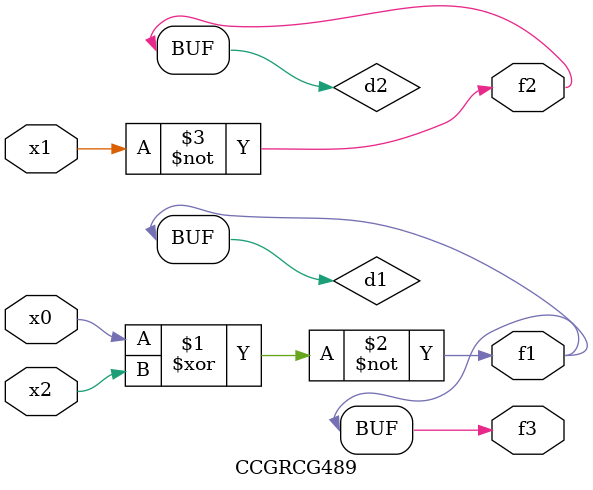
<source format=v>
module CCGRCG489(
	input x0, x1, x2,
	output f1, f2, f3
);

	wire d1, d2, d3;

	xnor (d1, x0, x2);
	nand (d2, x1);
	nor (d3, x1, x2);
	assign f1 = d1;
	assign f2 = d2;
	assign f3 = d1;
endmodule

</source>
